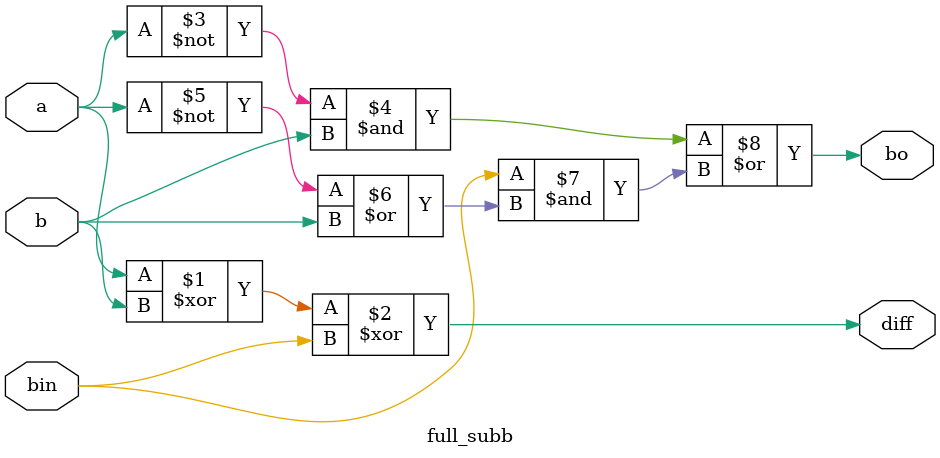
<source format=v>


module full_subb(input  a,b,bin,output diff,bo

    );
    assign diff=a^b^bin;
    assign bo=((~a)&b)|(bin&((~a)|b));
endmodule

</source>
